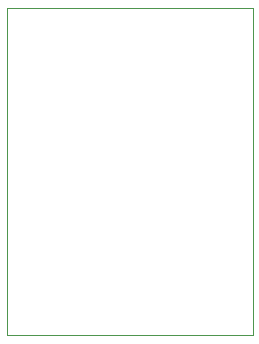
<source format=gko>
G04 (created by PCBNEW (2013-07-07 BZR 4022)-stable) date 07/07/2014 09:14:03*
%MOIN*%
G04 Gerber Fmt 3.4, Leading zero omitted, Abs format*
%FSLAX34Y34*%
G01*
G70*
G90*
G04 APERTURE LIST*
%ADD10C,0.00590551*%
%ADD11C,0.00393701*%
G04 APERTURE END LIST*
G54D10*
G54D11*
X27200Y-17400D02*
X27200Y-17100D01*
X19000Y-17400D02*
X27200Y-17400D01*
X19000Y-17100D02*
X19000Y-17400D01*
X19000Y-17100D02*
X19000Y-9800D01*
X27200Y-11900D02*
X27200Y-17100D01*
X27200Y-6500D02*
X27200Y-11900D01*
X19000Y-6500D02*
X27200Y-6500D01*
X19000Y-6500D02*
X19000Y-9800D01*
M02*

</source>
